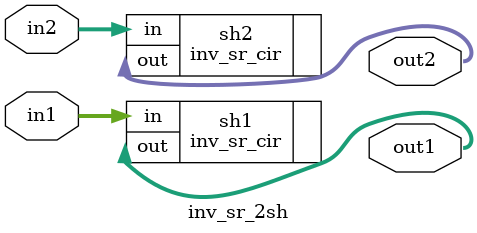
<source format=sv>
module inv_sr_2sh(
    in1,
    in2,
    out1,
    out2
);

    parameter N = 64;

    input wire [N - 1 : 0] in1;
    input wire [N - 1 : 0] in2;

    output wire [N - 1 : 0] out1;
    output wire [N - 1 : 0] out2;

    inv_sr_cir sh1(
        .in   (in1),
        .out (out1)
    );

    inv_sr_cir sh2(
        .in   (in2),
        .out (out2)
    );


endmodule


</source>
